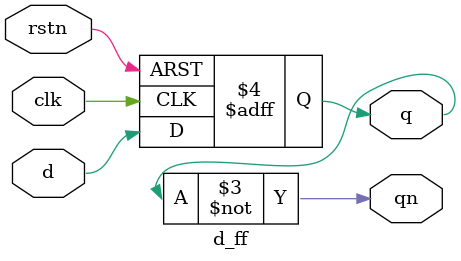
<source format=v>
module d_ff (input d,  
               input clk,  
               input rstn,  
               output reg q,  
               output qn);  
   always @ (posedge clk or negedge rstn)  
      if (!rstn)  
         q <= 0;  
      else  
         q <= d;  
  
   assign qn = ~q;  
endmodule  
</source>
